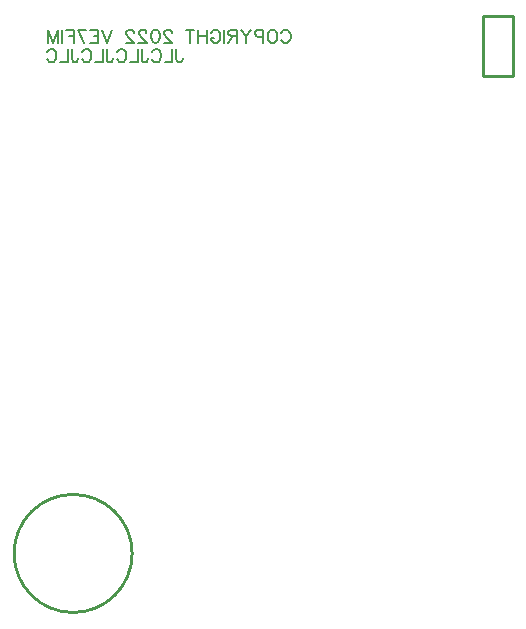
<source format=gbo>
G04 Layer: BottomSilkscreenLayer*
G04 EasyEDA v6.5.22, 2022-11-24 17:16:00*
G04 6a124e1b7ee84966bd2cac91662d51f7,5a6b42c53f6a479593ecc07194224c93,10*
G04 Gerber Generator version 0.2*
G04 Scale: 100 percent, Rotated: No, Reflected: No *
G04 Dimensions in millimeters *
G04 leading zeros omitted , absolute positions ,4 integer and 5 decimal *
%FSLAX45Y45*%
%MOMM*%

%ADD10C,0.1520*%
%ADD11C,0.1524*%
%ADD12C,0.2540*%

%LPD*%
D10*
X1853044Y5436638D02*
G01*
X1853044Y5353512D01*
X1858241Y5337924D01*
X1863435Y5332729D01*
X1873826Y5327535D01*
X1884217Y5327535D01*
X1894608Y5332729D01*
X1899805Y5337924D01*
X1905000Y5353512D01*
X1905000Y5363903D01*
X1818754Y5436638D02*
G01*
X1818754Y5327535D01*
X1818754Y5327535D02*
G01*
X1756410Y5327535D01*
X1644187Y5410662D02*
G01*
X1649384Y5421053D01*
X1659775Y5431444D01*
X1670164Y5436638D01*
X1690946Y5436638D01*
X1701337Y5431444D01*
X1711728Y5421053D01*
X1716925Y5410662D01*
X1722120Y5395074D01*
X1722120Y5369097D01*
X1716925Y5353512D01*
X1711728Y5343121D01*
X1701337Y5332729D01*
X1690946Y5327535D01*
X1670164Y5327535D01*
X1659775Y5332729D01*
X1649384Y5343121D01*
X1644187Y5353512D01*
X1557944Y5436638D02*
G01*
X1557944Y5353512D01*
X1563138Y5337924D01*
X1568335Y5332729D01*
X1578724Y5327535D01*
X1589115Y5327535D01*
X1599506Y5332729D01*
X1604703Y5337924D01*
X1609897Y5353512D01*
X1609897Y5363903D01*
X1523654Y5436638D02*
G01*
X1523654Y5327535D01*
X1523654Y5327535D02*
G01*
X1461307Y5327535D01*
X1349085Y5410662D02*
G01*
X1354282Y5421053D01*
X1364673Y5431444D01*
X1375064Y5436638D01*
X1395844Y5436638D01*
X1406235Y5431444D01*
X1416626Y5421053D01*
X1421823Y5410662D01*
X1427017Y5395074D01*
X1427017Y5369097D01*
X1421823Y5353512D01*
X1416626Y5343121D01*
X1406235Y5332729D01*
X1395844Y5327535D01*
X1375064Y5327535D01*
X1364673Y5332729D01*
X1354282Y5343121D01*
X1349085Y5353512D01*
X1262842Y5436638D02*
G01*
X1262842Y5353512D01*
X1268036Y5337924D01*
X1273233Y5332729D01*
X1283624Y5327535D01*
X1294015Y5327535D01*
X1304404Y5332729D01*
X1309601Y5337924D01*
X1314795Y5353512D01*
X1314795Y5363903D01*
X1228552Y5436638D02*
G01*
X1228552Y5327535D01*
X1228552Y5327535D02*
G01*
X1166205Y5327535D01*
X1053985Y5410662D02*
G01*
X1059179Y5421053D01*
X1069571Y5431444D01*
X1079962Y5436638D01*
X1100744Y5436638D01*
X1111135Y5431444D01*
X1121524Y5421053D01*
X1126721Y5410662D01*
X1131915Y5395074D01*
X1131915Y5369097D01*
X1126721Y5353512D01*
X1121524Y5343121D01*
X1111135Y5332729D01*
X1100744Y5327535D01*
X1079962Y5327535D01*
X1069571Y5332729D01*
X1059179Y5343121D01*
X1053985Y5353512D01*
X967739Y5436638D02*
G01*
X967739Y5353512D01*
X972934Y5337924D01*
X978131Y5332729D01*
X988522Y5327535D01*
X998913Y5327535D01*
X1009304Y5332729D01*
X1014498Y5337924D01*
X1019695Y5353512D01*
X1019695Y5363903D01*
X933450Y5436638D02*
G01*
X933450Y5327535D01*
X933450Y5327535D02*
G01*
X871105Y5327535D01*
X758883Y5410662D02*
G01*
X764077Y5421053D01*
X774468Y5431444D01*
X784860Y5436638D01*
X805642Y5436638D01*
X816033Y5431444D01*
X826424Y5421053D01*
X831618Y5410662D01*
X836815Y5395074D01*
X836815Y5369097D01*
X831618Y5353512D01*
X826424Y5343121D01*
X816033Y5332729D01*
X805642Y5327535D01*
X784860Y5327535D01*
X774468Y5332729D01*
X764077Y5343121D01*
X758883Y5353512D01*
D11*
X2741422Y5575807D02*
G01*
X2746756Y5586221D01*
X2757170Y5596636D01*
X2767329Y5601715D01*
X2788158Y5601715D01*
X2798572Y5596636D01*
X2808986Y5586221D01*
X2814320Y5575807D01*
X2819400Y5560060D01*
X2819400Y5534152D01*
X2814320Y5518657D01*
X2808986Y5508244D01*
X2798572Y5497829D01*
X2788158Y5492750D01*
X2767329Y5492750D01*
X2757170Y5497829D01*
X2746756Y5508244D01*
X2741422Y5518657D01*
X2675890Y5601715D02*
G01*
X2686304Y5596636D01*
X2696718Y5586221D01*
X2702052Y5575807D01*
X2707131Y5560060D01*
X2707131Y5534152D01*
X2702052Y5518657D01*
X2696718Y5508244D01*
X2686304Y5497829D01*
X2675890Y5492750D01*
X2655315Y5492750D01*
X2644902Y5497829D01*
X2634488Y5508244D01*
X2629154Y5518657D01*
X2624074Y5534152D01*
X2624074Y5560060D01*
X2629154Y5575807D01*
X2634488Y5586221D01*
X2644902Y5596636D01*
X2655315Y5601715D01*
X2675890Y5601715D01*
X2589784Y5601715D02*
G01*
X2589784Y5492750D01*
X2589784Y5601715D02*
G01*
X2543047Y5601715D01*
X2527300Y5596636D01*
X2522220Y5591302D01*
X2517140Y5580887D01*
X2517140Y5565394D01*
X2522220Y5554979D01*
X2527300Y5549900D01*
X2543047Y5544565D01*
X2589784Y5544565D01*
X2482850Y5601715D02*
G01*
X2441193Y5549900D01*
X2441193Y5492750D01*
X2399538Y5601715D02*
G01*
X2441193Y5549900D01*
X2365247Y5601715D02*
G01*
X2365247Y5492750D01*
X2365247Y5601715D02*
G01*
X2318511Y5601715D01*
X2303018Y5596636D01*
X2297684Y5591302D01*
X2292604Y5580887D01*
X2292604Y5570473D01*
X2297684Y5560060D01*
X2303018Y5554979D01*
X2318511Y5549900D01*
X2365247Y5549900D01*
X2328925Y5549900D02*
G01*
X2292604Y5492750D01*
X2258313Y5601715D02*
G01*
X2258313Y5492750D01*
X2146045Y5575807D02*
G01*
X2151379Y5586221D01*
X2161540Y5596636D01*
X2171954Y5601715D01*
X2192781Y5601715D01*
X2203195Y5596636D01*
X2213609Y5586221D01*
X2218690Y5575807D01*
X2224024Y5560060D01*
X2224024Y5534152D01*
X2218690Y5518657D01*
X2213609Y5508244D01*
X2203195Y5497829D01*
X2192781Y5492750D01*
X2171954Y5492750D01*
X2161540Y5497829D01*
X2151379Y5508244D01*
X2146045Y5518657D01*
X2146045Y5534152D01*
X2171954Y5534152D02*
G01*
X2146045Y5534152D01*
X2111756Y5601715D02*
G01*
X2111756Y5492750D01*
X2039111Y5601715D02*
G01*
X2039111Y5492750D01*
X2111756Y5549900D02*
G01*
X2039111Y5549900D01*
X1968500Y5601715D02*
G01*
X1968500Y5492750D01*
X2004822Y5601715D02*
G01*
X1931924Y5601715D01*
X1812544Y5575807D02*
G01*
X1812544Y5580887D01*
X1807210Y5591302D01*
X1802129Y5596636D01*
X1791715Y5601715D01*
X1770887Y5601715D01*
X1760473Y5596636D01*
X1755394Y5591302D01*
X1750060Y5580887D01*
X1750060Y5570473D01*
X1755394Y5560060D01*
X1765807Y5544565D01*
X1817623Y5492750D01*
X1744979Y5492750D01*
X1679447Y5601715D02*
G01*
X1695195Y5596636D01*
X1705610Y5580887D01*
X1710689Y5554979D01*
X1710689Y5539486D01*
X1705610Y5513323D01*
X1695195Y5497829D01*
X1679447Y5492750D01*
X1669034Y5492750D01*
X1653539Y5497829D01*
X1643126Y5513323D01*
X1638045Y5539486D01*
X1638045Y5554979D01*
X1643126Y5580887D01*
X1653539Y5596636D01*
X1669034Y5601715D01*
X1679447Y5601715D01*
X1598421Y5575807D02*
G01*
X1598421Y5580887D01*
X1593342Y5591302D01*
X1588007Y5596636D01*
X1577594Y5601715D01*
X1557020Y5601715D01*
X1546605Y5596636D01*
X1541271Y5591302D01*
X1536192Y5580887D01*
X1536192Y5570473D01*
X1541271Y5560060D01*
X1551686Y5544565D01*
X1603755Y5492750D01*
X1530857Y5492750D01*
X1491487Y5575807D02*
G01*
X1491487Y5580887D01*
X1486154Y5591302D01*
X1481073Y5596636D01*
X1470660Y5601715D01*
X1449831Y5601715D01*
X1439418Y5596636D01*
X1434337Y5591302D01*
X1429004Y5580887D01*
X1429004Y5570473D01*
X1434337Y5560060D01*
X1444752Y5544565D01*
X1496568Y5492750D01*
X1423923Y5492750D01*
X1309623Y5601715D02*
G01*
X1267968Y5492750D01*
X1226565Y5601715D02*
G01*
X1267968Y5492750D01*
X1192276Y5601715D02*
G01*
X1192276Y5492750D01*
X1192276Y5601715D02*
G01*
X1124712Y5601715D01*
X1192276Y5549900D02*
G01*
X1150620Y5549900D01*
X1192276Y5492750D02*
G01*
X1124712Y5492750D01*
X1017523Y5601715D02*
G01*
X1069594Y5492750D01*
X1090421Y5601715D02*
G01*
X1017523Y5601715D01*
X983234Y5601715D02*
G01*
X983234Y5492750D01*
X983234Y5601715D02*
G01*
X915670Y5601715D01*
X983234Y5549900D02*
G01*
X941831Y5549900D01*
X881379Y5601715D02*
G01*
X881379Y5492750D01*
X847089Y5601715D02*
G01*
X847089Y5492750D01*
X847089Y5601715D02*
G01*
X805687Y5492750D01*
X764031Y5601715D02*
G01*
X805687Y5492750D01*
X764031Y5601715D02*
G01*
X764031Y5492750D01*
D12*
G75*
G01
X1477899Y1168400D02*
G03X1477899Y1168400I-499999J0D01*
X4445000Y5715000D02*
G01*
X4699000Y5715000D01*
X4699000Y5207000D01*
X4445000Y5207000D01*
X4445000Y5715000D01*
M02*

</source>
